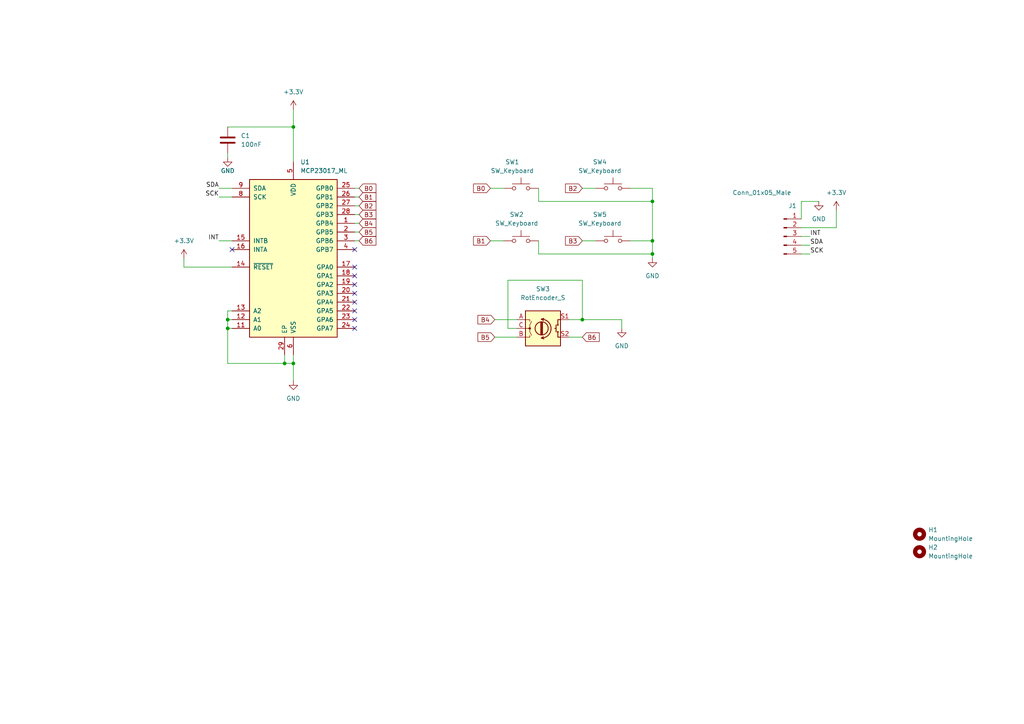
<source format=kicad_sch>
(kicad_sch (version 20211123) (generator eeschema)
  (paper "A4")
  (lib_symbols
    (symbol "Connector:Conn_01x05_Male" (pin_names (offset 1.016) hide)
      (property "Reference" "J" (at 0 7.62 0))
      (property "Value" "Conn_01x05_Male" (at 0 -7.62 0))
      (symbol "Conn_01x05_Male_1_1"
        (polyline (pts (xy 1.27 -5.08) (xy 0.8636 -5.08)) (stroke (width 0.1524)))
        (polyline (pts (xy 1.27 -2.54) (xy 0.8636 -2.54)) (stroke (width 0.1524)))
        (polyline (pts (xy 1.27 0) (xy 0.8636 0)) (stroke (width 0.1524)))
        (polyline (pts (xy 1.27 2.54) (xy 0.8636 2.54)) (stroke (width 0.1524)))
        (polyline (pts (xy 1.27 5.08) (xy 0.8636 5.08)) (stroke (width 0.1524)))
        (rectangle (start 0.8636 -4.953) (end 0 -5.207) (stroke (width 0.1524)) (fill (type outline)))
        (rectangle (start 0.8636 -2.413) (end 0 -2.667) (stroke (width 0.1524)) (fill (type outline)))
        (rectangle (start 0.8636 0.127) (end 0 -0.127) (stroke (width 0.1524)) (fill (type outline)))
        (rectangle (start 0.8636 2.667) (end 0 2.413) (stroke (width 0.1524)) (fill (type outline)))
        (rectangle (start 0.8636 5.207) (end 0 4.953) (stroke (width 0.1524)) (fill (type outline)))
        (pin passive line (at 5.08 5.08 180) (length 3.81) (name "Pin_1") (number "1"))
        (pin passive line (at 5.08 2.54 180) (length 3.81) (name "Pin_2") (number "2"))
        (pin passive line (at 5.08 0 180) (length 3.81) (name "Pin_3") (number "3"))
        (pin passive line (at 5.08 -2.54 180) (length 3.81) (name "Pin_4") (number "4"))
        (pin passive line (at 5.08 -5.08 180) (length 3.81) (name "Pin_5") (number "5"))
      )
    )
    (symbol "Device:C" (pin_numbers hide) (pin_names (offset 0.254))
      (property "Reference" "C" (at 0.635 2.54 0))
      (property "Value" "C" (at 0.635 -2.54 0))
      (symbol "C_0_1"
        (polyline (pts (xy -2.032 -0.762) (xy 2.032 -0.762)) (stroke (width 0.508)))
        (polyline (pts (xy -2.032 0.762) (xy 2.032 0.762)) (stroke (width 0.508)))
      )
      (symbol "C_1_1"
        (pin passive line (at 0 3.81 270) (length 2.794) (name "~") (number "1"))
        (pin passive line (at 0 -3.81 90) (length 2.794) (name "~") (number "2"))
      )
    )
    (symbol "Device:RotaryEncoder_Switch" (pin_names (offset 0.254) hide)
      (property "Reference" "SW" (at 0 6.604 0))
      (property "Value" "RotaryEncoder_Switch" (at 0 -6.604 0))
      (symbol "RotaryEncoder_Switch_0_1"
        (rectangle (start -5.08 5.08) (end 5.08 -5.08) (stroke (width 0.254)) (fill (type background)))
        (circle (center -3.81 0) (radius 0.254) (fill (type outline)))
        (arc (start -0.381 -2.794) (mid 2.3622 -0.0508) (end -0.381 2.667) (stroke (width 0.254)))
        (circle (center -0.381 0) (radius 1.905) (stroke (width 0.254)))
        (polyline (pts (xy -0.635 -1.778) (xy -0.635 1.778)) (stroke (width 0.254)))
        (polyline (pts (xy -0.381 -1.778) (xy -0.381 1.778)) (stroke (width 0.254)))
        (polyline (pts (xy -0.127 1.778) (xy -0.127 -1.778)) (stroke (width 0.254)))
        (polyline (pts (xy 3.81 0) (xy 3.429 0)) (stroke (width 0.254)))
        (polyline (pts (xy 3.81 1.016) (xy 3.81 -1.016)) (stroke (width 0.254)))
        (polyline (pts (xy -5.08 -2.54) (xy -3.81 -2.54) (xy -3.81 -2.032)))
        (polyline (pts (xy -5.08 2.54) (xy -3.81 2.54) (xy -3.81 2.032)))
        (polyline (pts (xy 0.254 -3.048) (xy -0.508 -2.794) (xy 0.127 -2.413)) (stroke (width 0.254)))
        (polyline (pts (xy 0.254 2.921) (xy -0.508 2.667) (xy 0.127 2.286)) (stroke (width 0.254)))
        (polyline (pts (xy 5.08 -2.54) (xy 4.318 -2.54) (xy 4.318 -1.016)) (stroke (width 0.254)))
        (polyline (pts (xy 5.08 2.54) (xy 4.318 2.54) (xy 4.318 1.016)) (stroke (width 0.254)))
        (polyline (pts (xy -5.08 0) (xy -3.81 0) (xy -3.81 -1.016) (xy -3.302 -2.032)))
        (polyline (pts (xy -4.318 0) (xy -3.81 0) (xy -3.81 1.016) (xy -3.302 2.032)))
        (circle (center 4.318 -1.016) (radius 0.127) (stroke (width 0.254)))
        (circle (center 4.318 1.016) (radius 0.127) (stroke (width 0.254)))
      )
      (symbol "RotaryEncoder_Switch_1_1"
        (pin passive line (at -7.62 2.54 0) (length 2.54) (name "A") (number "A"))
        (pin passive line (at -7.62 -2.54 0) (length 2.54) (name "B") (number "B"))
        (pin passive line (at -7.62 0 0) (length 2.54) (name "C") (number "C"))
        (pin passive line (at 7.62 2.54 180) (length 2.54) (name "S1") (number "S1"))
        (pin passive line (at 7.62 -2.54 180) (length 2.54) (name "S2") (number "S2"))
      )
    )
    (symbol "Interface_Expansion:MCP23017_ML" (pin_names (offset 1.016))
      (property "Reference" "U" (at -11.43 24.13 0))
      (property "Value" "MCP23017_ML" (at 0 0 0))
      (symbol "MCP23017_ML_0_1"
        (rectangle (start -12.7 22.86) (end 12.7 -22.86) (stroke (width 0.254)) (fill (type background)))
      )
      (symbol "MCP23017_ML_1_1"
        (pin bidirectional line (at 17.78 10.16 180) (length 5.08) (name "GPB4") (number "1"))
        (pin no_connect line (at -12.7 12.7 0) (length 5.08) hide (name "NC") (number "10"))
        (pin input line (at -17.78 -20.32 0) (length 5.08) (name "A0") (number "11"))
        (pin input line (at -17.78 -17.78 0) (length 5.08) (name "A1") (number "12"))
        (pin input line (at -17.78 -15.24 0) (length 5.08) (name "A2") (number "13"))
        (pin input line (at -17.78 -2.54 0) (length 5.08) (name "~{RESET}") (number "14"))
        (pin tri_state line (at -17.78 5.08 0) (length 5.08) (name "INTB") (number "15"))
        (pin tri_state line (at -17.78 2.54 0) (length 5.08) (name "INTA") (number "16"))
        (pin bidirectional line (at 17.78 -2.54 180) (length 5.08) (name "GPA0") (number "17"))
        (pin bidirectional line (at 17.78 -5.08 180) (length 5.08) (name "GPA1") (number "18"))
        (pin bidirectional line (at 17.78 -7.62 180) (length 5.08) (name "GPA2") (number "19"))
        (pin bidirectional line (at 17.78 7.62 180) (length 5.08) (name "GPB5") (number "2"))
        (pin bidirectional line (at 17.78 -10.16 180) (length 5.08) (name "GPA3") (number "20"))
        (pin bidirectional line (at 17.78 -12.7 180) (length 5.08) (name "GPA4") (number "21"))
        (pin bidirectional line (at 17.78 -15.24 180) (length 5.08) (name "GPA5") (number "22"))
        (pin bidirectional line (at 17.78 -17.78 180) (length 5.08) (name "GPA6") (number "23"))
        (pin bidirectional line (at 17.78 -20.32 180) (length 5.08) (name "GPA7") (number "24"))
        (pin bidirectional line (at 17.78 20.32 180) (length 5.08) (name "GPB0") (number "25"))
        (pin bidirectional line (at 17.78 17.78 180) (length 5.08) (name "GPB1") (number "26"))
        (pin bidirectional line (at 17.78 15.24 180) (length 5.08) (name "GPB2") (number "27"))
        (pin bidirectional line (at 17.78 12.7 180) (length 5.08) (name "GPB3") (number "28"))
        (pin passive line (at -2.54 -27.94 90) (length 5.08) (name "EP") (number "29"))
        (pin bidirectional line (at 17.78 5.08 180) (length 5.08) (name "GPB6") (number "3"))
        (pin bidirectional line (at 17.78 2.54 180) (length 5.08) (name "GPB7") (number "4"))
        (pin power_in line (at 0 27.94 270) (length 5.08) (name "VDD") (number "5"))
        (pin power_in line (at 0 -27.94 90) (length 5.08) (name "VSS") (number "6"))
        (pin no_connect line (at -12.7 15.24 0) (length 5.08) hide (name "NC") (number "7"))
        (pin input line (at -17.78 17.78 0) (length 5.08) (name "SCK") (number "8"))
        (pin bidirectional line (at -17.78 20.32 0) (length 5.08) (name "SDA") (number "9"))
      )
    )
    (symbol "Mechanical:MountingHole" (pin_names (offset 1.016))
      (property "Reference" "H" (at 0 5.08 0))
      (property "Value" "MountingHole" (at 0 3.175 0))
      (symbol "MountingHole_0_1"
        (circle (center 0 0) (radius 1.27) (stroke (width 1.27)))
      )
    )
    (symbol "Switch:SW_Push" (pin_numbers hide) (pin_names (offset 1.016) hide)
      (property "Reference" "SW" (at 1.27 2.54 0))
      (property "Value" "SW_Push" (at 0 -1.524 0))
      (symbol "SW_Push_0_1"
        (circle (center -2.032 0) (radius 0.508))
        (polyline (pts (xy 0 1.27) (xy 0 3.048)))
        (polyline (pts (xy 2.54 1.27) (xy -2.54 1.27)))
        (circle (center 2.032 0) (radius 0.508))
        (pin passive line (at -5.08 0 0) (length 2.54) (name "1") (number "1"))
        (pin passive line (at 5.08 0 180) (length 2.54) (name "2") (number "2"))
      )
    )
    (symbol "power:+3.3V" (power) (pin_names (offset 0))
      (property "Value" "+3.3V" (at 0 3.556 0))
      (symbol "+3.3V_0_1"
        (polyline (pts (xy -0.762 1.27) (xy 0 2.54)))
        (polyline (pts (xy 0 0) (xy 0 2.54)))
        (polyline (pts (xy 0 2.54) (xy 0.762 1.27)))
      )
      (symbol "+3.3V_1_1"
        (pin power_in line (at 0 0 90) (length 0) hide (name "+3.3V") (number "1"))
      )
    )
    (symbol "power:GND" (power) (pin_names (offset 0))
      (property "Value" "GND" (at 0 -3.81 0))
      (symbol "GND_0_1"
        (polyline (pts (xy 0 0) (xy 0 -1.27) (xy 1.27 -1.27) (xy 0 -2.54) (xy -1.27 -1.27) (xy 0 -1.27)))
      )
      (symbol "GND_1_1"
        (pin power_in line (at 0 0 270) (length 0) hide (name "GND") (number "1"))
      )
    )
  )
  (junction (at 82.55 105.41))
  (junction (at 85.09 36.83))
  (junction (at 168.91 92.71))
  (junction (at 66.04 92.71))
  (junction (at 189.23 73.66))
  (junction (at 189.23 69.85))
  (junction (at 189.23 58.42))
  (junction (at 85.09 105.41))
  (junction (at 66.04 95.25))
  (no_connect (at 102.87 90.17))
  (no_connect (at 102.87 80.01))
  (no_connect (at 102.87 85.09))
  (no_connect (at 102.87 82.55))
  (no_connect (at 102.87 95.25))
  (no_connect (at 67.31 72.39))
  (no_connect (at 102.87 92.71))
  (no_connect (at 102.87 87.63))
  (no_connect (at 102.87 72.39))
  (no_connect (at 102.87 77.47))
  (wire (pts (xy 189.23 73.66) (xy 189.23 69.85)))
  (wire (pts (xy 232.41 71.12) (xy 234.95 71.12)))
  (wire (pts (xy 85.09 102.87) (xy 85.09 105.41)))
  (wire (pts (xy 156.21 73.66) (xy 156.21 69.85)))
  (wire (pts (xy 168.91 81.28) (xy 168.91 92.71)))
  (wire (pts (xy 63.5 54.61) (xy 67.31 54.61)))
  (wire (pts (xy 168.91 92.71) (xy 180.34 92.71)))
  (wire (pts (xy 102.87 54.61) (xy 104.14 54.61)))
  (wire (pts (xy 85.09 105.41) (xy 85.09 110.49)))
  (wire (pts (xy 242.57 60.96) (xy 242.57 66.04)))
  (wire (pts (xy 189.23 58.42) (xy 189.23 54.61)))
  (wire (pts (xy 85.09 31.75) (xy 85.09 36.83)))
  (wire (pts (xy 143.51 92.71) (xy 149.86 92.71)))
  (wire (pts (xy 143.51 97.79) (xy 149.86 97.79)))
  (wire (pts (xy 82.55 102.87) (xy 82.55 105.41)))
  (wire (pts (xy 66.04 90.17) (xy 66.04 92.71)))
  (wire (pts (xy 53.34 77.47) (xy 67.31 77.47)))
  (wire (pts (xy 232.41 63.5) (xy 232.41 58.42)))
  (wire (pts (xy 63.5 57.15) (xy 67.31 57.15)))
  (wire (pts (xy 189.23 73.66) (xy 189.23 74.93)))
  (wire (pts (xy 189.23 54.61) (xy 182.88 54.61)))
  (wire (pts (xy 66.04 105.41) (xy 82.55 105.41)))
  (wire (pts (xy 66.04 90.17) (xy 67.31 90.17)))
  (wire (pts (xy 53.34 74.93) (xy 53.34 77.47)))
  (wire (pts (xy 63.5 69.85) (xy 67.31 69.85)))
  (wire (pts (xy 85.09 36.83) (xy 85.09 46.99)))
  (wire (pts (xy 189.23 58.42) (xy 189.23 69.85)))
  (wire (pts (xy 189.23 69.85) (xy 182.88 69.85)))
  (wire (pts (xy 147.32 81.28) (xy 147.32 95.25)))
  (wire (pts (xy 66.04 95.25) (xy 67.31 95.25)))
  (wire (pts (xy 232.41 73.66) (xy 234.95 73.66)))
  (wire (pts (xy 142.24 69.85) (xy 146.05 69.85)))
  (wire (pts (xy 102.87 69.85) (xy 104.14 69.85)))
  (wire (pts (xy 142.24 54.61) (xy 146.05 54.61)))
  (wire (pts (xy 180.34 92.71) (xy 180.34 95.25)))
  (wire (pts (xy 149.86 95.25) (xy 147.32 95.25)))
  (wire (pts (xy 66.04 95.25) (xy 66.04 105.41)))
  (wire (pts (xy 66.04 36.83) (xy 85.09 36.83)))
  (wire (pts (xy 232.41 68.58) (xy 234.95 68.58)))
  (wire (pts (xy 66.04 92.71) (xy 66.04 95.25)))
  (wire (pts (xy 165.1 92.71) (xy 168.91 92.71)))
  (wire (pts (xy 66.04 44.45) (xy 66.04 45.72)))
  (wire (pts (xy 102.87 67.31) (xy 104.14 67.31)))
  (wire (pts (xy 102.87 64.77) (xy 104.14 64.77)))
  (wire (pts (xy 165.1 97.79) (xy 168.91 97.79)))
  (wire (pts (xy 102.87 57.15) (xy 104.14 57.15)))
  (wire (pts (xy 168.91 81.28) (xy 147.32 81.28)))
  (wire (pts (xy 168.91 69.85) (xy 172.72 69.85)))
  (wire (pts (xy 102.87 59.69) (xy 104.14 59.69)))
  (wire (pts (xy 189.23 73.66) (xy 156.21 73.66)))
  (wire (pts (xy 66.04 92.71) (xy 67.31 92.71)))
  (wire (pts (xy 232.41 66.04) (xy 242.57 66.04)))
  (wire (pts (xy 102.87 62.23) (xy 104.14 62.23)))
  (wire (pts (xy 82.55 105.41) (xy 85.09 105.41)))
  (wire (pts (xy 168.91 54.61) (xy 172.72 54.61)))
  (wire (pts (xy 232.41 58.42) (xy 237.49 58.42)))
  (wire (pts (xy 189.23 58.42) (xy 156.21 58.42)))
  (wire (pts (xy 156.21 58.42) (xy 156.21 54.61)))
  (text "https://blog.semtech.com/esd-protection-of-usb-2.0-interfaces\n\nhttps://files.seeedstudio.com/wiki/XIAO-RP2040/res/Seeed-Studio-XIAO-RP2040-v1.3.pdf" (at -21.59 -12.7 0) (effects (font (size 1.27 1.27)) (justify left bottom)))
  (text "connect to ground with resistor\n\nhttps://www.reddit.com/r/PrintedCircuitBoard/comments/18tr602/review_request_rp2040_breakout_board/#lightbox\nhttps://www.synopsys.com/designware-ip/technical-bulletin/converting-existing-designs.html" (at -20.32 -22.86 0) (effects (font (size 1.27 1.27)) (justify left bottom)))
  (label "INT" (at 63.5 69.85 180))
  (label "SDA" (at 234.95 71.12 0))
  (label "SDA" (at 63.5 54.61 180))
  (label "SCK" (at 234.95 73.66 0))
  (label "INT" (at 234.95 68.58 0))
  (label "SCK" (at 63.5 57.15 180))
  (global_label "B4" (shape input) (at 104.14 64.77 0) (property "Intersheet References" "${INTERSHEET_REFS}" (effects hide)))
  (global_label "B4" (shape input) (at 143.51 92.71 180) (property "Intersheet References" "${INTERSHEET_REFS}" (effects hide)))
  (global_label "B6" (shape input) (at 104.14 69.85 0) (property "Intersheet References" "${INTERSHEET_REFS}" (effects hide)))
  (global_label "B5" (shape input) (at 104.14 67.31 0) (property "Intersheet References" "${INTERSHEET_REFS}" (effects hide)))
  (global_label "B3" (shape input) (at 104.14 62.23 0) (property "Intersheet References" "${INTERSHEET_REFS}" (effects hide)))
  (global_label "B0" (shape input) (at 104.14 54.61 0) (property "Intersheet References" "${INTERSHEET_REFS}" (effects hide)))
  (global_label "B6" (shape input) (at 168.91 97.79 0) (property "Intersheet References" "${INTERSHEET_REFS}" (effects hide)))
  (global_label "B2" (shape input) (at 168.91 54.61 180) (property "Intersheet References" "${INTERSHEET_REFS}" (effects hide)))
  (global_label "B5" (shape input) (at 143.51 97.79 180) (property "Intersheet References" "${INTERSHEET_REFS}" (effects hide)))
  (global_label "B2" (shape input) (at 104.14 59.69 0) (property "Intersheet References" "${INTERSHEET_REFS}" (effects hide)))
  (global_label "B3" (shape input) (at 168.91 69.85 180) (property "Intersheet References" "${INTERSHEET_REFS}" (effects hide)))
  (global_label "B1" (shape input) (at 142.24 69.85 180) (property "Intersheet References" "${INTERSHEET_REFS}" (effects hide)))
  (global_label "B1" (shape input) (at 104.14 57.15 0) (property "Intersheet References" "${INTERSHEET_REFS}" (effects hide)))
  (global_label "B0" (shape input) (at 142.24 54.61 180) (property "Intersheet References" "${INTERSHEET_REFS}" (effects hide)))
  (symbol (lib_id "Switch:SW_Push") (at 151.13 69.85 0) (unit 1)
    (property "Reference" "SW2" (at 149.86 62.23 0))
    (property "Value" "SW_Keyboard" (at 149.86 64.77 0))
    (property "Footprint" "Library:Kailh_socket_MX" (effects hide))
  )
  (symbol (lib_id "Switch:SW_Push") (at 177.8 69.85 0) (unit 1)
    (property "Reference" "SW5" (at 173.99 62.23 0))
    (property "Value" "SW_Keyboard" (at 173.99 64.77 0))
    (property "Footprint" "Library:Kailh_socket_MX" (effects hide))
  )
  (symbol (lib_id "power:GND") (at 85.09 110.49 0) (unit 1)
    (property "Reference" "#PWR04" (effects hide))
    (property "Value" "GND" (at 85.09 115.57 0))
  )
  (symbol (lib_id "power:GND") (at 189.23 74.93 0) (unit 1)
    (property "Reference" "#PWR06" (effects hide))
    (property "Value" "GND" (at 189.23 80.01 0))
  )
  (symbol (lib_id "Interface_Expansion:MCP23017_ML") (at 85.09 74.93 0) (unit 1)
    (property "Reference" "U1" (at 87.1094 46.99 0) (effects (justify left)))
    (property "Value" "MCP23017_ML" (at 87.1094 49.53 0) (effects (justify left)))
    (property "Footprint" "Package_DFN_QFN:QFN-28-1EP_6x6mm_P0.65mm_EP4.25x4.25mm" (effects hide))
    (property "Datasheet" "http://ww1.microchip.com/downloads/en/DeviceDoc/20001952C.pdf" (effects hide))
    (property "Vendor" "C629439" (effects hide))
  )
  (symbol (lib_id "power:+3.3V") (at 242.57 60.96 0) (unit 1)
    (property "Reference" "#PWR08" (effects hide))
    (property "Value" "+3.3V" (at 242.57 55.88 0))
  )
  (symbol (lib_id "Switch:SW_Push") (at 151.13 54.61 0) (unit 1)
    (property "Reference" "SW1" (at 148.59 46.99 0))
    (property "Value" "SW_Keyboard" (at 148.59 49.53 0))
    (property "Footprint" "Library:Kailh_socket_MX" (effects hide))
  )
  (symbol (lib_id "power:GND") (at 237.49 58.42 0) (unit 1)
    (property "Reference" "#PWR07" (effects hide))
    (property "Value" "GND" (at 237.49 63.5 0))
  )
  (symbol (lib_id "Switch:SW_Push") (at 177.8 54.61 0) (unit 1)
    (property "Reference" "SW4" (at 173.99 46.99 0))
    (property "Value" "SW_Keyboard" (at 173.99 49.53 0))
    (property "Footprint" "Library:Kailh_socket_MX" (effects hide))
  )
  (symbol (lib_id "power:GND") (at 66.04 45.72 0) (unit 1)
    (property "Reference" "#PWR02" (effects hide))
    (property "Value" "GND" (at 66.04 49.53 0))
  )
  (symbol (lib_id "power:+3.3V") (at 85.09 31.75 0) (unit 1)
    (property "Reference" "#PWR03" (effects hide))
    (property "Value" "+3.3V" (at 85.09 26.67 0))
  )
  (symbol (lib_id "power:GND") (at 180.34 95.25 0) (unit 1)
    (property "Reference" "#PWR05" (effects hide))
    (property "Value" "GND" (at 180.34 100.33 0))
  )
  (symbol (lib_id "power:+3.3V") (at 53.34 74.93 0) (unit 1)
    (property "Reference" "#PWR01" (effects hide))
    (property "Value" "+3.3V" (at 53.34 69.85 0))
  )
  (symbol (lib_id "Device:RotaryEncoder_Switch") (at 157.48 95.25 0) (unit 1)
    (property "Reference" "SW3" (at 157.48 83.82 0))
    (property "Value" "RotEncoder_S" (at 157.48 86.36 0))
    (property "Footprint" "Rotary_Encoder:RotaryEncoder_Bourns_Vertical_PEC12R-3xxxF-Sxxxx" (effects hide))
  )
  (symbol (lib_id "Mechanical:MountingHole") (at 266.7 160.02 0) (unit 1)
    (property "Reference" "H2" (at 269.24 158.7499 0) (effects (justify left)))
    (property "Value" "MountingHole" (at 269.24 161.2899 0) (effects (justify left)))
    (property "Footprint" "MountingHole:MountingHole_3.2mm_M3_DIN965_Pad" (effects hide))
  )
  (symbol (lib_id "Mechanical:MountingHole") (at 266.7 154.94 0) (unit 1)
    (property "Reference" "H1" (at 269.24 153.6699 0) (effects (justify left)))
    (property "Value" "MountingHole" (at 269.24 156.2099 0) (effects (justify left)))
    (property "Footprint" "MountingHole:MountingHole_3.2mm_M3_DIN965_Pad" (effects hide))
  )
  (symbol (lib_id "Device:C") (at 66.04 40.64 0) (unit 1)
    (property "Reference" "C1" (at 69.85 39.3699 0) (effects (justify left)))
    (property "Value" "100nF" (at 69.85 41.9099 0) (effects (justify left)))
    (property "Footprint" "Capacitor_SMD:C_0402_1005Metric" (effects hide))
    (property "Vendor" "C307331" (effects hide))
  )
  (symbol (lib_id "Connector:Conn_01x05_Male") (at 227.33 68.58 0) (unit 1)
    (property "Reference" "J1" (at 229.87 59.69 0))
    (property "Value" "Conn_01x05_Male" (at 220.98 55.88 0))
    (property "Footprint" "Connector_JST:JST_PH_B5B-PH-SM4-TB_1x05-1MP_P2.00mm_Vertical" (effects hide))
    (property "Vendor" "C265085" (effects hide))
  )
)
</source>
